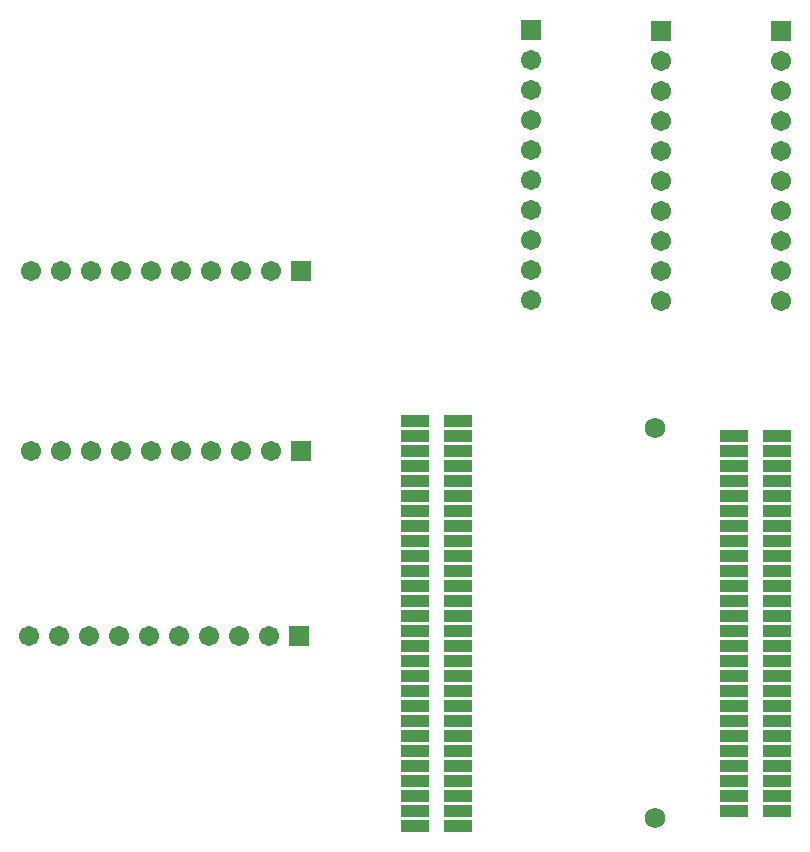
<source format=gbs>
G04 Layer_Color=16711935*
%FSLAX43Y43*%
%MOMM*%
G71*
G01*
G75*
%ADD20R,2.353X1.003*%
%ADD21C,1.703*%
%ADD22R,1.703X1.703*%
%ADD23R,1.703X1.703*%
%ADD24C,1.727*%
%ADD25C,0.703*%
D20*
X61332Y-39117D02*
D03*
Y-40387D02*
D03*
Y-41657D02*
D03*
Y-42927D02*
D03*
Y-44197D02*
D03*
Y-45467D02*
D03*
Y-46737D02*
D03*
Y-48007D02*
D03*
Y-49277D02*
D03*
Y-50547D02*
D03*
Y-51817D02*
D03*
Y-53087D02*
D03*
Y-54357D02*
D03*
Y-55627D02*
D03*
Y-56897D02*
D03*
Y-58167D02*
D03*
Y-59437D02*
D03*
Y-60707D02*
D03*
Y-61977D02*
D03*
Y-63247D02*
D03*
Y-64517D02*
D03*
Y-65787D02*
D03*
Y-67057D02*
D03*
Y-68327D02*
D03*
Y-69597D02*
D03*
Y-70867D02*
D03*
X64982Y-39117D02*
D03*
Y-40387D02*
D03*
Y-41657D02*
D03*
Y-42927D02*
D03*
Y-44197D02*
D03*
Y-45467D02*
D03*
Y-46737D02*
D03*
Y-48007D02*
D03*
Y-49277D02*
D03*
Y-50547D02*
D03*
Y-51817D02*
D03*
Y-53087D02*
D03*
Y-54357D02*
D03*
Y-55627D02*
D03*
Y-56897D02*
D03*
Y-58167D02*
D03*
Y-59437D02*
D03*
Y-60707D02*
D03*
Y-61977D02*
D03*
Y-63247D02*
D03*
Y-64517D02*
D03*
Y-65787D02*
D03*
Y-67057D02*
D03*
Y-68327D02*
D03*
Y-69597D02*
D03*
Y-70867D02*
D03*
X37982Y-72136D02*
D03*
Y-70866D02*
D03*
Y-69596D02*
D03*
Y-68326D02*
D03*
Y-67056D02*
D03*
Y-65786D02*
D03*
Y-64516D02*
D03*
Y-63246D02*
D03*
Y-61976D02*
D03*
Y-60706D02*
D03*
Y-59436D02*
D03*
Y-58166D02*
D03*
Y-56896D02*
D03*
Y-55626D02*
D03*
Y-54356D02*
D03*
Y-53086D02*
D03*
Y-51816D02*
D03*
Y-50546D02*
D03*
Y-49276D02*
D03*
Y-48006D02*
D03*
Y-46736D02*
D03*
Y-45466D02*
D03*
Y-44196D02*
D03*
Y-42926D02*
D03*
Y-41656D02*
D03*
Y-40386D02*
D03*
Y-39116D02*
D03*
Y-37846D02*
D03*
X34332Y-72136D02*
D03*
Y-70866D02*
D03*
Y-69596D02*
D03*
Y-68326D02*
D03*
Y-67056D02*
D03*
Y-65786D02*
D03*
Y-64516D02*
D03*
Y-63246D02*
D03*
Y-61976D02*
D03*
Y-60706D02*
D03*
Y-59436D02*
D03*
Y-58166D02*
D03*
Y-56896D02*
D03*
Y-55626D02*
D03*
Y-54356D02*
D03*
Y-53086D02*
D03*
Y-51816D02*
D03*
Y-50546D02*
D03*
Y-49276D02*
D03*
Y-48006D02*
D03*
Y-46736D02*
D03*
Y-45466D02*
D03*
Y-44196D02*
D03*
Y-42926D02*
D03*
Y-41656D02*
D03*
Y-40386D02*
D03*
Y-39116D02*
D03*
Y-37846D02*
D03*
D21*
X55118Y-17526D02*
D03*
Y-7366D02*
D03*
Y-9906D02*
D03*
Y-12446D02*
D03*
Y-14986D02*
D03*
Y-20066D02*
D03*
Y-22606D02*
D03*
Y-25146D02*
D03*
Y-27686D02*
D03*
X65278Y-17526D02*
D03*
Y-7366D02*
D03*
Y-9906D02*
D03*
Y-12446D02*
D03*
Y-14986D02*
D03*
Y-20066D02*
D03*
Y-22606D02*
D03*
Y-25146D02*
D03*
Y-27686D02*
D03*
X11938Y-25146D02*
D03*
X22098D02*
D03*
X19558D02*
D03*
X17018D02*
D03*
X14478D02*
D03*
X9398D02*
D03*
X6858D02*
D03*
X4318D02*
D03*
X1778D02*
D03*
X11938Y-40386D02*
D03*
X22098D02*
D03*
X19558D02*
D03*
X17018D02*
D03*
X14478D02*
D03*
X9398D02*
D03*
X6858D02*
D03*
X4318D02*
D03*
X1778D02*
D03*
X11811Y-56109D02*
D03*
X21971D02*
D03*
X19431D02*
D03*
X16891D02*
D03*
X14351D02*
D03*
X9271D02*
D03*
X6731D02*
D03*
X4191D02*
D03*
X1651D02*
D03*
X44094Y-17475D02*
D03*
Y-7315D02*
D03*
Y-9855D02*
D03*
Y-12395D02*
D03*
Y-14935D02*
D03*
Y-20015D02*
D03*
Y-22555D02*
D03*
Y-25095D02*
D03*
Y-27635D02*
D03*
D22*
X55118Y-4826D02*
D03*
X65278D02*
D03*
X44094Y-4775D02*
D03*
D23*
X24638Y-25146D02*
D03*
Y-40386D02*
D03*
X24511Y-56109D02*
D03*
D24*
X54657Y-38491D02*
D03*
Y-71491D02*
D03*
D03*
Y-38491D02*
D03*
D25*
X34332Y-53086D02*
D03*
Y-37846D02*
D03*
X37982D02*
D03*
Y-39116D02*
D03*
X34332D02*
D03*
Y-40386D02*
D03*
X37982D02*
D03*
Y-41656D02*
D03*
X34332D02*
D03*
Y-42926D02*
D03*
X37982D02*
D03*
Y-44196D02*
D03*
X34332D02*
D03*
Y-45466D02*
D03*
X37982D02*
D03*
Y-46736D02*
D03*
X34332D02*
D03*
Y-48006D02*
D03*
Y-49276D02*
D03*
X37982D02*
D03*
Y-50546D02*
D03*
X34332D02*
D03*
Y-51816D02*
D03*
X37982D02*
D03*
Y-53086D02*
D03*
Y-54356D02*
D03*
X34332D02*
D03*
Y-55626D02*
D03*
X37982D02*
D03*
Y-56896D02*
D03*
X34332D02*
D03*
Y-58166D02*
D03*
X37982D02*
D03*
Y-59436D02*
D03*
X34332D02*
D03*
Y-60706D02*
D03*
X37982D02*
D03*
Y-61976D02*
D03*
X34332D02*
D03*
Y-63246D02*
D03*
X37982D02*
D03*
Y-64516D02*
D03*
X34332D02*
D03*
Y-65786D02*
D03*
X37982D02*
D03*
Y-67056D02*
D03*
X34332D02*
D03*
Y-68326D02*
D03*
X37982D02*
D03*
Y-69596D02*
D03*
X34332D02*
D03*
Y-70866D02*
D03*
X37982D02*
D03*
Y-72136D02*
D03*
X34332D02*
D03*
X61332Y-70867D02*
D03*
X64982D02*
D03*
Y-69597D02*
D03*
X61332D02*
D03*
Y-68327D02*
D03*
X64982D02*
D03*
Y-67057D02*
D03*
X61332D02*
D03*
Y-65787D02*
D03*
X64982D02*
D03*
Y-64517D02*
D03*
X61332D02*
D03*
Y-63247D02*
D03*
X64982D02*
D03*
Y-61977D02*
D03*
X61332D02*
D03*
Y-60707D02*
D03*
X64982D02*
D03*
Y-59437D02*
D03*
X61332D02*
D03*
Y-58167D02*
D03*
X64982D02*
D03*
Y-56897D02*
D03*
X61332D02*
D03*
Y-55627D02*
D03*
X64982D02*
D03*
Y-54357D02*
D03*
X61332D02*
D03*
Y-53087D02*
D03*
X64982D02*
D03*
Y-51817D02*
D03*
X61332D02*
D03*
Y-50547D02*
D03*
X64982D02*
D03*
Y-49277D02*
D03*
X61332D02*
D03*
Y-48007D02*
D03*
X64982D02*
D03*
Y-46737D02*
D03*
X61332D02*
D03*
Y-45467D02*
D03*
X64982D02*
D03*
Y-44197D02*
D03*
X61332D02*
D03*
Y-42927D02*
D03*
X64982D02*
D03*
Y-41657D02*
D03*
X61332D02*
D03*
Y-40387D02*
D03*
Y-39117D02*
D03*
X64982D02*
D03*
Y-40387D02*
D03*
X37982Y-48006D02*
D03*
M02*

</source>
